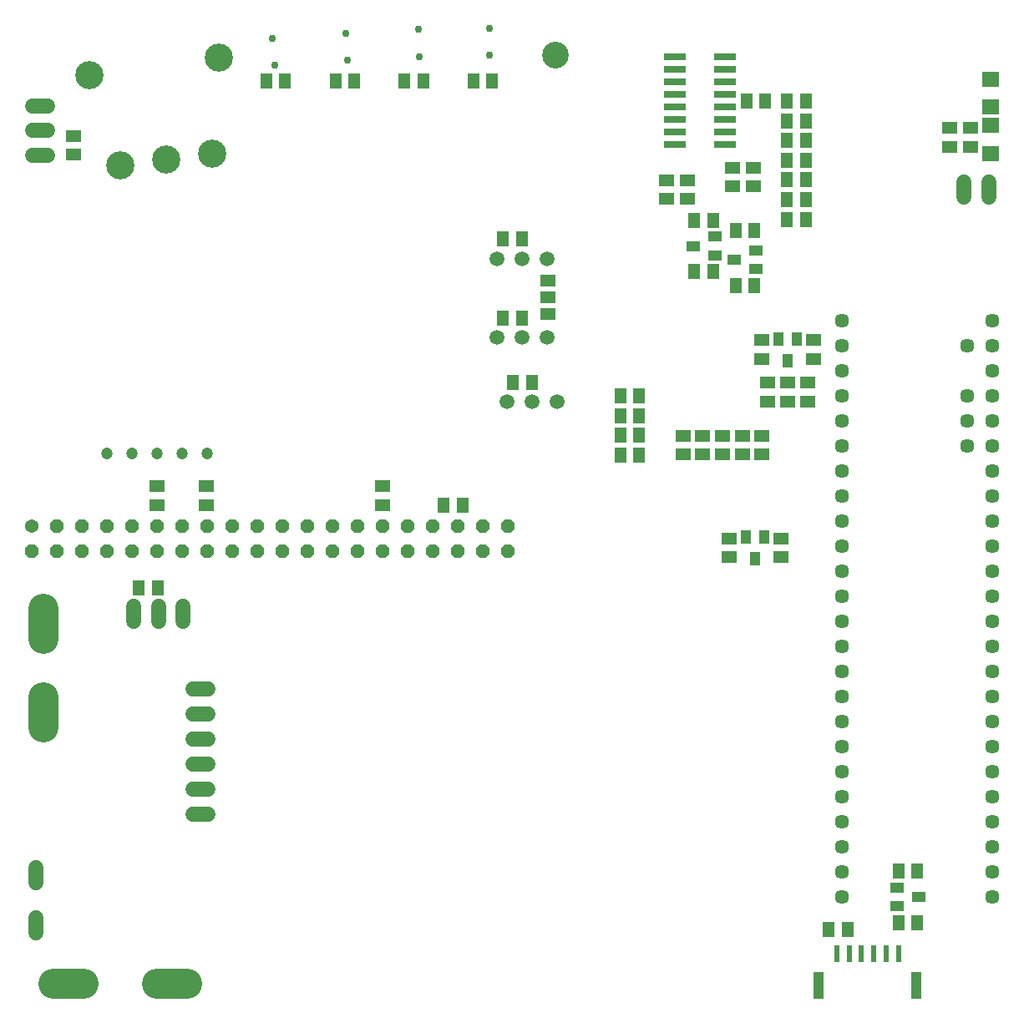
<source format=gbr>
G04 EAGLE Gerber RS-274X export*
G75*
%MOMM*%
%FSLAX34Y34*%
%LPD*%
%INSoldermask Bottom*%
%IPPOS*%
%AMOC8*
5,1,8,0,0,1.08239X$1,22.5*%
G01*
%ADD10C,2.700000*%
%ADD11R,1.300000X1.500000*%
%ADD12C,1.500000*%
%ADD13C,1.500000*%
%ADD14C,1.371600*%
%ADD15P,1.484606X8X22.500000*%
%ADD16C,3.009900*%
%ADD17C,1.524000*%
%ADD18R,0.600000X1.700000*%
%ADD19R,1.000000X2.700000*%
%ADD20R,1.500000X1.300000*%
%ADD21C,2.850000*%
%ADD22C,1.447800*%
%ADD23C,0.750000*%
%ADD24R,1.803000X1.600000*%
%ADD25R,1.000000X1.400000*%
%ADD26R,2.268500X0.639100*%
%ADD27C,1.200000*%
%ADD28R,1.400000X1.000000*%


D10*
X544000Y966651D03*
D11*
X500500Y635000D03*
X519500Y635000D03*
X490500Y700000D03*
X509500Y700000D03*
D12*
X510000Y680000D03*
X484600Y680000D03*
X535400Y680000D03*
X520000Y615000D03*
X545400Y615000D03*
X494600Y615000D03*
D13*
X17000Y142900D02*
X17000Y127900D01*
X17000Y92100D02*
X17000Y77100D01*
D14*
X12700Y489351D03*
D15*
X12700Y463951D03*
X38100Y489351D03*
X38100Y463951D03*
X63500Y489351D03*
X63500Y463951D03*
X88900Y489351D03*
X88900Y463951D03*
X114300Y489351D03*
X114300Y463951D03*
X139700Y489351D03*
X139700Y463951D03*
X165100Y489351D03*
X165100Y463951D03*
X190500Y489351D03*
X190500Y463951D03*
X215900Y489351D03*
X215900Y463951D03*
X241300Y489351D03*
X241300Y463951D03*
X266700Y489351D03*
X266700Y463951D03*
X292100Y489351D03*
X292100Y463951D03*
X317500Y489351D03*
X317500Y463951D03*
X342900Y489351D03*
X342900Y463951D03*
X368300Y489351D03*
X368300Y463951D03*
X393700Y489351D03*
X393700Y463951D03*
X419100Y489351D03*
X419100Y463951D03*
X444500Y489351D03*
X444500Y463951D03*
X469900Y489351D03*
X469900Y463951D03*
X495300Y489351D03*
X495300Y463951D03*
D16*
X65050Y25000D02*
X34951Y25000D01*
X139951Y25000D02*
X170050Y25000D01*
X25000Y284951D02*
X25000Y315050D01*
X25000Y374951D02*
X25000Y405050D01*
D17*
X176380Y323500D02*
X191620Y323500D01*
X191620Y298100D02*
X176380Y298100D01*
X176380Y272700D02*
X191620Y272700D01*
X191620Y247300D02*
X176380Y247300D01*
X176380Y221900D02*
X191620Y221900D01*
X191620Y196500D02*
X176380Y196500D01*
D18*
X891250Y55500D03*
X878750Y55500D03*
D19*
X810250Y23500D03*
X909750Y23500D03*
D18*
X866250Y55500D03*
X853750Y55500D03*
X841250Y55500D03*
X828750Y55500D03*
D13*
X166000Y392500D02*
X166000Y407500D01*
X141000Y407500D02*
X141000Y392500D01*
X116000Y392500D02*
X116000Y407500D01*
X28500Y915000D02*
X13500Y915000D01*
X13500Y890000D02*
X28500Y890000D01*
X28500Y865000D02*
X13500Y865000D01*
D20*
X799000Y634500D03*
X799000Y615500D03*
X779000Y634500D03*
X779000Y615500D03*
X759000Y634500D03*
X759000Y615500D03*
D21*
X102832Y854621D03*
X196028Y866891D03*
X149430Y860756D03*
X71506Y946619D03*
X202476Y963862D03*
D22*
X833800Y697100D03*
X833800Y671700D03*
X833800Y646300D03*
X833800Y620900D03*
X833800Y595500D03*
X833800Y570100D03*
X833800Y544700D03*
X833800Y519300D03*
X833800Y493900D03*
X833800Y468500D03*
X833800Y443100D03*
X833800Y417700D03*
X833800Y392300D03*
X833800Y366900D03*
X833800Y316100D03*
X833800Y290700D03*
X833800Y265300D03*
X833800Y239900D03*
X986200Y366900D03*
X986200Y392300D03*
X986200Y417700D03*
X986200Y443100D03*
X986200Y468500D03*
X986200Y493900D03*
X986200Y519300D03*
X986200Y544700D03*
X986200Y570100D03*
X986200Y595500D03*
X986200Y620900D03*
X986200Y646300D03*
X986200Y671700D03*
X986200Y697100D03*
X960800Y671700D03*
X960800Y620900D03*
X960800Y595500D03*
X960800Y570100D03*
X833800Y341500D03*
X986200Y239900D03*
X986200Y265300D03*
X986200Y290700D03*
X986200Y316100D03*
X986200Y341500D03*
X833800Y214500D03*
X833800Y189100D03*
X833800Y163700D03*
X833800Y138300D03*
X833800Y112900D03*
X986200Y112900D03*
X986200Y214500D03*
X986200Y189100D03*
X986200Y163700D03*
X986200Y138300D03*
D17*
X982700Y822380D02*
X982700Y837620D01*
X957300Y837620D02*
X957300Y822380D01*
D23*
X256682Y983687D03*
X259318Y956313D03*
D24*
X985000Y913780D03*
X985000Y942220D03*
X985000Y895220D03*
X985000Y866780D03*
D25*
X746000Y456000D03*
X755500Y478000D03*
X736500Y478000D03*
D20*
X772000Y457500D03*
X772000Y476500D03*
X720000Y476500D03*
X720000Y457500D03*
D11*
X628500Y621000D03*
X609500Y621000D03*
X628500Y601000D03*
X609500Y601000D03*
X628500Y581000D03*
X609500Y581000D03*
X628500Y561000D03*
X609500Y561000D03*
D20*
X693000Y580500D03*
X693000Y561500D03*
X673000Y580500D03*
X673000Y561500D03*
X713000Y561500D03*
X713000Y580500D03*
X733000Y561500D03*
X733000Y580500D03*
X753000Y580500D03*
X753000Y561500D03*
D11*
X797500Y840000D03*
X778500Y840000D03*
X737500Y920000D03*
X756500Y920000D03*
X778500Y920000D03*
X797500Y920000D03*
X778500Y800000D03*
X797500Y800000D03*
D20*
X744000Y833500D03*
X744000Y852500D03*
X723000Y833500D03*
X723000Y852500D03*
D11*
X778500Y900000D03*
X797500Y900000D03*
X778500Y860000D03*
X797500Y860000D03*
X778500Y880000D03*
X797500Y880000D03*
X797500Y820000D03*
X778500Y820000D03*
D26*
X715234Y964450D03*
X715234Y951750D03*
X715234Y939050D03*
X715234Y926350D03*
X715234Y913650D03*
X715234Y900950D03*
X715234Y888250D03*
X715234Y875550D03*
X664766Y875550D03*
X664766Y888250D03*
X664766Y900950D03*
X664766Y913650D03*
X664766Y926350D03*
X664766Y939050D03*
X664766Y951750D03*
X664766Y964450D03*
D20*
X677000Y820500D03*
X677000Y839500D03*
X656000Y820500D03*
X656000Y839500D03*
D12*
X510000Y760000D03*
X484600Y760000D03*
X535400Y760000D03*
D11*
X490500Y780000D03*
X509500Y780000D03*
D27*
X165400Y562700D03*
X140000Y562700D03*
X190800Y562700D03*
X114600Y562700D03*
X89200Y562700D03*
D11*
X250500Y940000D03*
X269500Y940000D03*
D20*
X368000Y529500D03*
X368000Y510500D03*
X140000Y529500D03*
X140000Y510500D03*
X190000Y529500D03*
X190000Y510500D03*
D23*
X331161Y988724D03*
X332839Y961276D03*
D11*
X320500Y940000D03*
X339500Y940000D03*
X449500Y510000D03*
X430500Y510000D03*
D28*
X912000Y113000D03*
X890000Y122500D03*
X890000Y103500D03*
D11*
X910500Y139000D03*
X891500Y139000D03*
X891500Y87000D03*
X910500Y87000D03*
D28*
X683000Y773000D03*
X705000Y763500D03*
X705000Y782500D03*
D11*
X684500Y747000D03*
X703500Y747000D03*
X703500Y799000D03*
X684500Y799000D03*
D28*
X725000Y759000D03*
X747000Y749500D03*
X747000Y768500D03*
D11*
X726500Y733000D03*
X745500Y733000D03*
X745500Y789000D03*
X726500Y789000D03*
D25*
X779000Y657000D03*
X788500Y679000D03*
X769500Y679000D03*
D20*
X805000Y658500D03*
X805000Y677500D03*
X753000Y677500D03*
X753000Y658500D03*
D23*
X404520Y992742D03*
X405480Y965258D03*
D11*
X390500Y940000D03*
X409500Y940000D03*
D23*
X477000Y993750D03*
X477000Y966250D03*
D11*
X460500Y940000D03*
X479500Y940000D03*
D20*
X943000Y892500D03*
X943000Y873500D03*
X964000Y892500D03*
X964000Y873500D03*
D11*
X140500Y426000D03*
X121500Y426000D03*
D20*
X55000Y884500D03*
X55000Y865500D03*
D11*
X839500Y80000D03*
X820500Y80000D03*
D20*
X536000Y738000D03*
X536000Y721000D03*
X536000Y704000D03*
M02*

</source>
